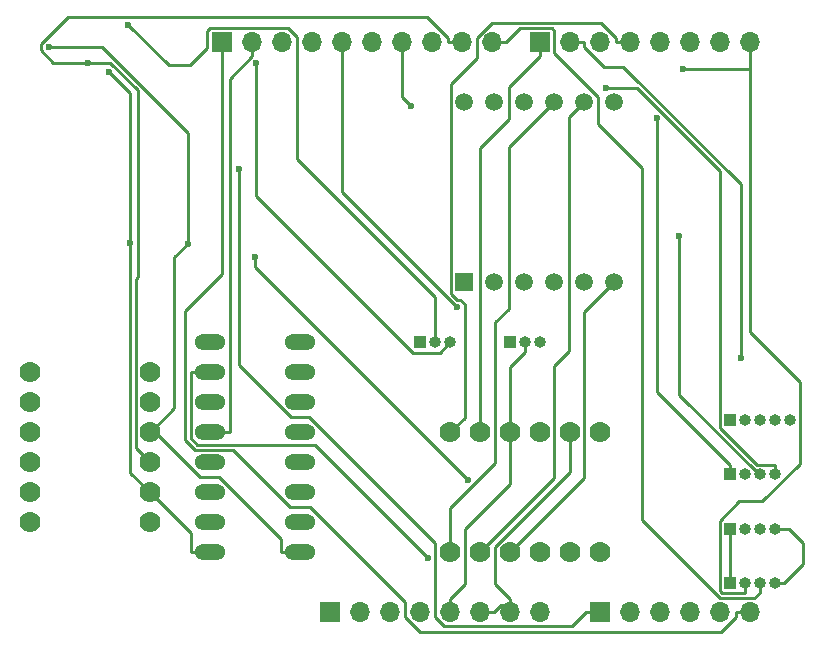
<source format=gbr>
%TF.GenerationSoftware,KiCad,Pcbnew,(7.0.0)*%
%TF.CreationDate,2023-05-09T23:11:13-07:00*%
%TF.ProjectId,CPE_301_KiCAD_Final,4350455f-3330-4315-9f4b-694341445f46,rev?*%
%TF.SameCoordinates,Original*%
%TF.FileFunction,Copper,L2,Bot*%
%TF.FilePolarity,Positive*%
%FSLAX46Y46*%
G04 Gerber Fmt 4.6, Leading zero omitted, Abs format (unit mm)*
G04 Created by KiCad (PCBNEW (7.0.0)) date 2023-05-09 23:11:13*
%MOMM*%
%LPD*%
G01*
G04 APERTURE LIST*
%TA.AperFunction,ComponentPad*%
%ADD10R,1.700000X1.700000*%
%TD*%
%TA.AperFunction,ComponentPad*%
%ADD11O,1.700000X1.700000*%
%TD*%
%TA.AperFunction,ComponentPad*%
%ADD12O,2.641600X1.320800*%
%TD*%
%TA.AperFunction,ComponentPad*%
%ADD13R,1.000000X1.000000*%
%TD*%
%TA.AperFunction,ComponentPad*%
%ADD14O,1.000000X1.000000*%
%TD*%
%TA.AperFunction,ComponentPad*%
%ADD15R,1.500000X1.500000*%
%TD*%
%TA.AperFunction,ComponentPad*%
%ADD16C,1.500000*%
%TD*%
%TA.AperFunction,ComponentPad*%
%ADD17C,1.778000*%
%TD*%
%TA.AperFunction,ViaPad*%
%ADD18C,0.600000*%
%TD*%
%TA.AperFunction,Conductor*%
%ADD19C,0.250000*%
%TD*%
G04 APERTURE END LIST*
D10*
%TO.P,J1,1,Pin_1*%
%TO.N,unconnected-(J1-Pin_1-Pad1)*%
X127939999Y-97459999D03*
D11*
%TO.P,J1,2,Pin_2*%
%TO.N,/IOREF*%
X130479999Y-97459999D03*
%TO.P,J1,3,Pin_3*%
%TO.N,/~{RESET}*%
X133019999Y-97459999D03*
%TO.P,J1,4,Pin_4*%
%TO.N,+3V3*%
X135559999Y-97459999D03*
%TO.P,J1,5,Pin_5*%
%TO.N,+5V*%
X138099999Y-97459999D03*
%TO.P,J1,6,Pin_6*%
%TO.N,GND*%
X140639999Y-97459999D03*
%TO.P,J1,7,Pin_7*%
X143179999Y-97459999D03*
%TO.P,J1,8,Pin_8*%
%TO.N,VCC*%
X145719999Y-97459999D03*
%TD*%
D10*
%TO.P,J3,1,Pin_1*%
%TO.N,/A0*%
X150799999Y-97459999D03*
D11*
%TO.P,J3,2,Pin_2*%
%TO.N,/A1*%
X153339999Y-97459999D03*
%TO.P,J3,3,Pin_3*%
%TO.N,/A2*%
X155879999Y-97459999D03*
%TO.P,J3,4,Pin_4*%
%TO.N,/A3*%
X158419999Y-97459999D03*
%TO.P,J3,5,Pin_5*%
%TO.N,/SDA{slash}A4*%
X160959999Y-97459999D03*
%TO.P,J3,6,Pin_6*%
%TO.N,/SCL{slash}A5*%
X163499999Y-97459999D03*
%TD*%
D10*
%TO.P,J2,1,Pin_1*%
%TO.N,/SCL{slash}A5*%
X118795999Y-49199999D03*
D11*
%TO.P,J2,2,Pin_2*%
%TO.N,/SDA{slash}A4*%
X121335999Y-49199999D03*
%TO.P,J2,3,Pin_3*%
%TO.N,/AREF*%
X123875999Y-49199999D03*
%TO.P,J2,4,Pin_4*%
%TO.N,GND*%
X126415999Y-49199999D03*
%TO.P,J2,5,Pin_5*%
%TO.N,/13*%
X128955999Y-49199999D03*
%TO.P,J2,6,Pin_6*%
%TO.N,/12*%
X131495999Y-49199999D03*
%TO.P,J2,7,Pin_7*%
%TO.N,/\u002A11*%
X134035999Y-49199999D03*
%TO.P,J2,8,Pin_8*%
%TO.N,/\u002A10*%
X136575999Y-49199999D03*
%TO.P,J2,9,Pin_9*%
%TO.N,/\u002A9*%
X139115999Y-49199999D03*
%TO.P,J2,10,Pin_10*%
%TO.N,/8*%
X141655999Y-49199999D03*
%TD*%
D10*
%TO.P,J4,1,Pin_1*%
%TO.N,/7*%
X145719999Y-49199999D03*
D11*
%TO.P,J4,2,Pin_2*%
%TO.N,/\u002A6*%
X148259999Y-49199999D03*
%TO.P,J4,3,Pin_3*%
%TO.N,/\u002A5*%
X150799999Y-49199999D03*
%TO.P,J4,4,Pin_4*%
%TO.N,/4*%
X153339999Y-49199999D03*
%TO.P,J4,5,Pin_5*%
%TO.N,/\u002A3*%
X155879999Y-49199999D03*
%TO.P,J4,6,Pin_6*%
%TO.N,/2*%
X158419999Y-49199999D03*
%TO.P,J4,7,Pin_7*%
%TO.N,/TX{slash}1*%
X160959999Y-49199999D03*
%TO.P,J4,8,Pin_8*%
%TO.N,/RX{slash}0*%
X163499999Y-49199999D03*
%TD*%
D12*
%TO.P,U2,1,I1*%
%TO.N,/A1*%
X117779999Y-74599999D03*
%TO.P,U2,2,I2*%
%TO.N,/A2*%
X117779999Y-77139999D03*
%TO.P,U2,3,I3*%
%TO.N,/A3*%
X117779999Y-79679999D03*
%TO.P,U2,4,I4*%
%TO.N,/SDA{slash}A4*%
X117779999Y-82219999D03*
%TO.P,U2,5,I5*%
%TO.N,unconnected-(U2-I5-Pad5)*%
X117779999Y-84759999D03*
%TO.P,U2,6,I6*%
%TO.N,unconnected-(U2-I6-Pad6)*%
X117779999Y-87299999D03*
%TO.P,U2,7,I7*%
%TO.N,unconnected-(U2-I7-Pad7)*%
X117779999Y-89839999D03*
%TO.P,U2,8,GND*%
%TO.N,GND*%
X117779999Y-92379999D03*
%TO.P,U2,9,COM*%
%TO.N,+5V*%
X125399999Y-92379999D03*
%TO.P,U2,10,O7*%
%TO.N,unconnected-(U2-O7-Pad10)*%
X125399999Y-89839999D03*
%TO.P,U2,11,O6*%
%TO.N,unconnected-(U2-O6-Pad11)*%
X125399999Y-87299999D03*
%TO.P,U2,12,O5*%
%TO.N,Net-(J8-Pin_5)*%
X125399999Y-84759999D03*
%TO.P,U2,13,O4*%
%TO.N,Net-(J8-Pin_4)*%
X125399999Y-82219999D03*
%TO.P,U2,14,O3*%
%TO.N,Net-(J8-Pin_3)*%
X125399999Y-79679999D03*
%TO.P,U2,15,O2*%
%TO.N,Net-(J8-Pin_2)*%
X125399999Y-77139999D03*
%TO.P,U2,16,O1*%
%TO.N,Net-(J8-Pin_1)*%
X125399999Y-74599999D03*
%TD*%
D13*
%TO.P,J8,1,Pin_1*%
%TO.N,Net-(J8-Pin_1)*%
X161771299Y-81166199D03*
D14*
%TO.P,J8,2,Pin_2*%
%TO.N,Net-(J8-Pin_2)*%
X163041299Y-81166199D03*
%TO.P,J8,3,Pin_3*%
%TO.N,Net-(J8-Pin_3)*%
X164311299Y-81166199D03*
%TO.P,J8,4,Pin_4*%
%TO.N,Net-(J8-Pin_4)*%
X165581299Y-81166199D03*
%TO.P,J8,5,Pin_5*%
%TO.N,Net-(J8-Pin_5)*%
X166851299Y-81166199D03*
%TD*%
D15*
%TO.P,LED1,1,E*%
%TO.N,Net-(LED1-E)*%
X139271299Y-69521199D03*
D16*
%TO.P,LED1,2,D*%
%TO.N,Net-(LED1-D)*%
X141811300Y-69521200D03*
%TO.P,LED1,3,DP*%
%TO.N,Net-(LED1-DP)*%
X144351300Y-69521200D03*
%TO.P,LED1,4,C*%
%TO.N,Net-(LED1-C)*%
X146891300Y-69521200D03*
%TO.P,LED1,5,G*%
%TO.N,Net-(LED1-G)*%
X149431300Y-69521200D03*
%TO.P,LED1,6,DIG4*%
%TO.N,Net-(LED1-DIG4)*%
X151971300Y-69521200D03*
%TO.P,LED1,7,B*%
%TO.N,Net-(LED1-B)*%
X151971300Y-54281200D03*
%TO.P,LED1,8,DIG3*%
%TO.N,Net-(LED1-DIG3)*%
X149431300Y-54281200D03*
%TO.P,LED1,9,DIG2*%
%TO.N,Net-(LED1-DIG2)*%
X146891300Y-54281200D03*
%TO.P,LED1,10,F*%
%TO.N,Net-(LED1-F)*%
X144351300Y-54281200D03*
%TO.P,LED1,11,A*%
%TO.N,Net-(LED1-A)*%
X141811300Y-54281200D03*
%TO.P,LED1,12,DIG1*%
%TO.N,Net-(LED1-DIG1)*%
X139271300Y-54281200D03*
%TD*%
D17*
%TO.P,U5,1,QB*%
%TO.N,Net-(LED1-B)*%
X102540000Y-77140000D03*
%TO.P,U5,2,QC*%
%TO.N,Net-(LED1-C)*%
X102540000Y-79680000D03*
%TO.P,U5,3,QD*%
%TO.N,Net-(LED1-D)*%
X102540000Y-82220000D03*
%TO.P,U5,4,QE*%
%TO.N,Net-(LED1-E)*%
X102540000Y-84760000D03*
%TO.P,U5,5,QF*%
%TO.N,Net-(LED1-F)*%
X102540000Y-87300000D03*
%TO.P,U5,6,QG*%
%TO.N,Net-(LED1-G)*%
X102540000Y-89840000D03*
%TO.P,U5,7,QH*%
%TO.N,Net-(LED1-DP)*%
X112700000Y-89840000D03*
%TO.P,U5,8,GND*%
%TO.N,GND*%
X112700000Y-87300000D03*
%TO.P,U5,9,SQH*%
%TO.N,/\u002A9*%
X112700000Y-84760000D03*
%TO.P,U5,10,RESET*%
%TO.N,+5V*%
X112700000Y-82220000D03*
%TO.P,U5,11,SHIFT_CLK*%
%TO.N,/7*%
X112700000Y-79680000D03*
%TO.P,U5,12,LATCH_CLK*%
%TO.N,/4*%
X112700000Y-77140000D03*
%TD*%
D13*
%TO.P,J6,1,Pin_1*%
%TO.N,GND*%
X143179999Y-74599999D03*
D14*
%TO.P,J6,2,Pin_2*%
%TO.N,+5V*%
X144449999Y-74599999D03*
%TO.P,J6,3,Pin_3*%
%TO.N,/13*%
X145719999Y-74599999D03*
%TD*%
D17*
%TO.P,U6,1,QB*%
%TO.N,Net-(LED1-DIG2)*%
X138100000Y-92380000D03*
%TO.P,U6,2,QC*%
%TO.N,Net-(LED1-DIG3)*%
X140640000Y-92380000D03*
%TO.P,U6,3,QD*%
%TO.N,Net-(LED1-DIG4)*%
X143180000Y-92380000D03*
%TO.P,U6,4,QE*%
%TO.N,unconnected-(U6-QE-Pad4)*%
X145720000Y-92380000D03*
%TO.P,U6,5,QF*%
%TO.N,unconnected-(U6-QF-Pad5)*%
X148260000Y-92380000D03*
%TO.P,U6,6,QG*%
%TO.N,unconnected-(U6-QG-Pad6)*%
X150800000Y-92380000D03*
%TO.P,U6,7,QH*%
%TO.N,unconnected-(U6-QH-Pad7)*%
X150800000Y-82220000D03*
%TO.P,U6,8,GND*%
%TO.N,GND*%
X148260000Y-82220000D03*
%TO.P,U6,9,SQH*%
%TO.N,Net-(U5-A)*%
X145720000Y-82220000D03*
%TO.P,U6,10,RESET*%
%TO.N,+5V*%
X143180000Y-82220000D03*
%TO.P,U6,11,SHIFT_CLK*%
%TO.N,/7*%
X140640000Y-82220000D03*
%TO.P,U6,12,LATCH_CLK*%
%TO.N,/4*%
X138100000Y-82220000D03*
%TD*%
D13*
%TO.P,J10,1,Pin_1*%
%TO.N,Net-(J10-Pin_1)*%
X135559999Y-74599999D03*
D14*
%TO.P,J10,2,Pin_2*%
%TO.N,Net-(J10-Pin_2)*%
X136829999Y-74599999D03*
%TO.P,J10,3,Pin_3*%
%TO.N,Net-(J10-Pin_3)*%
X138099999Y-74599999D03*
%TD*%
D13*
%TO.P,J7,1,Pin_1*%
%TO.N,+5V*%
X161771299Y-90366199D03*
D14*
%TO.P,J7,2,Pin_2*%
%TO.N,/SDA{slash}A4*%
X163041299Y-90366199D03*
%TO.P,J7,3,Pin_3*%
%TO.N,/SCL{slash}A5*%
X164311299Y-90366199D03*
%TO.P,J7,4,Pin_4*%
%TO.N,GND*%
X165581299Y-90366199D03*
%TD*%
D13*
%TO.P,J9,1,Pin_1*%
%TO.N,Net-(J9-Pin_1)*%
X161771299Y-85766199D03*
D14*
%TO.P,J9,2,Pin_2*%
%TO.N,Net-(J9-Pin_2)*%
X163041299Y-85766199D03*
%TO.P,J9,3,Pin_3*%
%TO.N,Net-(J9-Pin_3)*%
X164311299Y-85766199D03*
%TO.P,J9,4,Pin_4*%
%TO.N,Net-(J9-Pin_4)*%
X165581299Y-85766199D03*
%TD*%
D13*
%TO.P,J5,1,Pin_1*%
%TO.N,+5V*%
X161771299Y-94966199D03*
D14*
%TO.P,J5,2,Pin_2*%
%TO.N,/RX{slash}0*%
X163041299Y-94966199D03*
%TO.P,J5,3,Pin_3*%
%TO.N,/8*%
X164311299Y-94966199D03*
%TO.P,J5,4,Pin_4*%
%TO.N,GND*%
X165581299Y-94966199D03*
%TD*%
D18*
%TO.N,GND*%
X111035000Y-66225000D03*
X109220000Y-51702000D03*
%TO.N,+5V*%
X115877000Y-66271100D03*
X104125000Y-49563000D03*
%TO.N,/A0*%
X120192000Y-59944200D03*
%TO.N,/A2*%
X136216000Y-92822600D03*
%TO.N,/13*%
X138670000Y-71619800D03*
%TO.N,/\u002A11*%
X134805000Y-54610100D03*
%TO.N,/\u002A9*%
X107405000Y-50926900D03*
%TO.N,/\u002A6*%
X162693000Y-75916000D03*
%TO.N,/RX{slash}0*%
X157793000Y-51467100D03*
%TO.N,Net-(J9-Pin_1)*%
X155634000Y-55644800D03*
%TO.N,Net-(J9-Pin_2)*%
X139600000Y-86218200D03*
X121567000Y-67358000D03*
%TO.N,Net-(J9-Pin_3)*%
X157507000Y-65630500D03*
%TO.N,Net-(J9-Pin_4)*%
X151331000Y-53031100D03*
%TO.N,Net-(J10-Pin_2)*%
X110807000Y-47696300D03*
%TO.N,Net-(J10-Pin_3)*%
X121677000Y-50964400D03*
%TD*%
D19*
%TO.N,GND*%
X111035000Y-85635300D02*
X111035000Y-66225000D01*
X116134000Y-92380000D02*
X117780000Y-92380000D01*
X116134000Y-90734100D02*
X116134000Y-92380000D01*
X143180000Y-97460000D02*
X143180000Y-96872400D01*
X167985000Y-93388000D02*
X167985000Y-91582200D01*
X166406000Y-94966200D02*
X167985000Y-93388000D01*
X112700000Y-87300000D02*
X116134000Y-90734100D01*
X112700000Y-87300000D02*
X111035000Y-85635300D01*
X165581300Y-90366200D02*
X165581000Y-90366200D01*
X143180000Y-96872400D02*
X143180000Y-96284900D01*
X165581300Y-94966200D02*
X166406000Y-94966200D01*
X142403000Y-96872400D02*
X143180000Y-96872400D01*
X141927000Y-91915900D02*
X148260000Y-85583000D01*
X148260000Y-85583000D02*
X148260000Y-82220000D01*
X141927000Y-95032000D02*
X141927000Y-91915900D01*
X141815000Y-97460000D02*
X142403000Y-96872400D01*
X140640000Y-97460000D02*
X141815000Y-97460000D01*
X111035000Y-53516800D02*
X109220000Y-51702000D01*
X143180000Y-96284900D02*
X141927000Y-95032000D01*
X166769000Y-90366200D02*
X165581300Y-90366200D01*
X165581000Y-94966200D02*
X165581300Y-94966200D01*
X111035000Y-66225000D02*
X111035000Y-53516800D01*
X167985000Y-91582200D02*
X166769000Y-90366200D01*
%TO.N,+5V*%
X161771000Y-91516200D02*
X161771300Y-91515900D01*
X115877000Y-56835800D02*
X108604000Y-49563000D01*
X112700000Y-82220000D02*
X112919000Y-82001000D01*
X161771300Y-93241500D02*
X161771300Y-94966200D01*
X161771300Y-91515900D02*
X161771300Y-90366200D01*
X118573000Y-86026700D02*
X123754000Y-91207900D01*
X143180000Y-86555000D02*
X143180000Y-82220000D01*
X143180000Y-76695100D02*
X143180000Y-82220000D01*
X114752000Y-67396200D02*
X114752000Y-80167900D01*
X108604000Y-49563000D02*
X104125000Y-49563000D01*
X123754000Y-92380000D02*
X125400000Y-92380000D01*
X144450000Y-74600000D02*
X144450000Y-75425100D01*
X112919000Y-82001000D02*
X116945000Y-86026700D01*
X161771000Y-90366200D02*
X161771000Y-91516200D01*
X114752000Y-80167900D02*
X112919000Y-82001000D01*
X161771000Y-93241200D02*
X161771300Y-93241500D01*
X161771000Y-93241200D02*
X161771000Y-94966200D01*
X138100000Y-96284900D02*
X139370000Y-95014900D01*
X116945000Y-86026700D02*
X118573000Y-86026700D01*
X139370000Y-95014900D02*
X139370000Y-90365000D01*
X123754000Y-91207900D02*
X123754000Y-92380000D01*
X115877000Y-66271100D02*
X114752000Y-67396200D01*
X138100000Y-97460000D02*
X138100000Y-96284900D01*
X161771000Y-91516200D02*
X161771000Y-93241200D01*
X144450000Y-75425100D02*
X143180000Y-76695100D01*
X115877000Y-66271100D02*
X115877000Y-56835800D01*
X139370000Y-90365000D02*
X143180000Y-86555000D01*
%TO.N,/A0*%
X136841000Y-97891600D02*
X136841000Y-91599500D01*
X137584000Y-98635100D02*
X136841000Y-97891600D01*
X136841000Y-91599500D02*
X126191000Y-80950000D01*
X124599000Y-80950000D02*
X120192000Y-76543500D01*
X148450000Y-98635100D02*
X137584000Y-98635100D01*
X149625000Y-97460000D02*
X148450000Y-98635100D01*
X150800000Y-97460000D02*
X149625000Y-97460000D01*
X120192000Y-76543500D02*
X120192000Y-59944200D01*
X126191000Y-80950000D02*
X124599000Y-80950000D01*
%TO.N,/A2*%
X116134000Y-77140000D02*
X116134000Y-82691600D01*
X116134000Y-82691600D02*
X116708000Y-83265900D01*
X126659000Y-83265900D02*
X136216000Y-92822600D01*
X117780000Y-77140000D02*
X116134000Y-77140000D01*
X116708000Y-83265900D02*
X126659000Y-83265900D01*
%TO.N,/SDA{slash}A4*%
X119426000Y-52285200D02*
X119426000Y-82220000D01*
X121336000Y-50375100D02*
X119426000Y-52285200D01*
X121336000Y-49200000D02*
X121336000Y-50375100D01*
X119426000Y-82220000D02*
X117780000Y-82220000D01*
%TO.N,/SCL{slash}A5*%
X134290000Y-96612100D02*
X134290000Y-97862100D01*
X118796000Y-68779400D02*
X115652000Y-71923200D01*
X118796000Y-49200000D02*
X118796000Y-68779400D01*
X124522000Y-88570000D02*
X126248000Y-88570000D01*
X161025000Y-99127000D02*
X162325000Y-97827200D01*
X116538000Y-83745200D02*
X119698000Y-83745200D01*
X126248000Y-88570000D02*
X134290000Y-96612100D01*
X162325000Y-97460000D02*
X163500000Y-97460000D01*
X119698000Y-83745200D02*
X124522000Y-88570000D01*
X162325000Y-97827200D02*
X162325000Y-97460000D01*
X135555000Y-99127000D02*
X161025000Y-99127000D01*
X134290000Y-97862100D02*
X135555000Y-99127000D01*
X115652000Y-71923200D02*
X115652000Y-82859100D01*
X115652000Y-82859100D02*
X116538000Y-83745200D01*
%TO.N,/13*%
X128956000Y-49200000D02*
X128956000Y-61905800D01*
X128956000Y-61905800D02*
X138670000Y-71619800D01*
%TO.N,/8*%
X154342000Y-59866100D02*
X154342000Y-89660900D01*
X150604000Y-56128300D02*
X154342000Y-59866100D01*
X164311300Y-95378400D02*
X164311300Y-94966200D01*
X141656000Y-49200000D02*
X142831000Y-49200000D01*
X150604000Y-53812700D02*
X150604000Y-56128300D01*
X144006000Y-48024800D02*
X146707000Y-48024800D01*
X146895000Y-48213000D02*
X146895000Y-50103900D01*
X142831000Y-49200000D02*
X144006000Y-48024800D01*
X146707000Y-48024800D02*
X146895000Y-48213000D01*
X164311000Y-95378700D02*
X164311000Y-94966200D01*
X160966000Y-96284800D02*
X163818000Y-96284800D01*
X164311000Y-95791300D02*
X164311000Y-95378700D01*
X164311000Y-95378700D02*
X164311300Y-95378400D01*
X163818000Y-96284800D02*
X164311000Y-95791300D01*
X154342000Y-89660900D02*
X160966000Y-96284800D01*
X146895000Y-50103900D02*
X150604000Y-53812700D01*
%TO.N,/7*%
X143081000Y-53013800D02*
X143081000Y-55708500D01*
X145720000Y-49200000D02*
X145720000Y-50375100D01*
X140640000Y-58149800D02*
X140640000Y-82220000D01*
X145720000Y-50375100D02*
X143081000Y-53013800D01*
X143081000Y-55708500D02*
X140640000Y-58149800D01*
%TO.N,/\u002A11*%
X134036000Y-53841100D02*
X134036000Y-49200000D01*
X134805000Y-54610100D02*
X134036000Y-53841100D01*
%TO.N,/\u002A9*%
X105721000Y-47059800D02*
X103442000Y-49339200D01*
X111486000Y-83545800D02*
X111486000Y-69270300D01*
X137941000Y-48832800D02*
X136168000Y-47059800D01*
X111662000Y-69094300D02*
X111662000Y-53257100D01*
X103442000Y-49869800D02*
X104499000Y-50926900D01*
X111662000Y-53257100D02*
X109332000Y-50926900D01*
X111486000Y-69270300D02*
X111662000Y-69094300D01*
X139116000Y-49200000D02*
X137941000Y-49200000D01*
X136168000Y-47059800D02*
X105721000Y-47059800D01*
X109332000Y-50926900D02*
X107405000Y-50926900D01*
X103442000Y-49339200D02*
X103442000Y-49869800D01*
X137941000Y-49200000D02*
X137941000Y-48832800D01*
X112700000Y-84760000D02*
X111486000Y-83545800D01*
X104499000Y-50926900D02*
X107405000Y-50926900D01*
%TO.N,/4*%
X141627000Y-47558200D02*
X150888000Y-47558200D01*
X139331000Y-80988600D02*
X139331000Y-71368800D01*
X152165000Y-48834800D02*
X152165000Y-49200000D01*
X140386000Y-50525400D02*
X140386000Y-48798800D01*
X138100000Y-82220000D02*
X139331000Y-80988600D01*
X152165000Y-49200000D02*
X153340000Y-49200000D01*
X138186000Y-70467400D02*
X138186000Y-52725900D01*
X138186000Y-52725900D02*
X140386000Y-50525400D01*
X150888000Y-47558200D02*
X152165000Y-48834800D01*
X138957000Y-70994700D02*
X138713000Y-70994700D01*
X140386000Y-48798800D02*
X141627000Y-47558200D01*
X138713000Y-70994700D02*
X138186000Y-70467400D01*
X139331000Y-71368800D02*
X138957000Y-70994700D01*
%TO.N,/\u002A6*%
X162693000Y-61178500D02*
X152776000Y-51260900D01*
X151131000Y-51260900D02*
X149435000Y-49565300D01*
X149435000Y-49200000D02*
X148260000Y-49200000D01*
X149435000Y-49565300D02*
X149435000Y-49200000D01*
X162693000Y-75916000D02*
X162693000Y-61178500D01*
X152776000Y-51260900D02*
X151131000Y-51260900D01*
%TO.N,/RX{slash}0*%
X163041000Y-95791300D02*
X161124000Y-95791300D01*
X162577000Y-88066200D02*
X164531000Y-88066200D01*
X163041000Y-95378700D02*
X163041300Y-95378400D01*
X164531000Y-88066200D02*
X167718000Y-84879700D01*
X163500000Y-51467100D02*
X163500000Y-49200000D01*
X163041000Y-95378700D02*
X163041000Y-95791300D01*
X163500000Y-51467100D02*
X157793000Y-51467100D01*
X167718000Y-84879700D02*
X167718000Y-77949400D01*
X163500000Y-73731700D02*
X163500000Y-51467100D01*
X161124000Y-95791300D02*
X160946000Y-95613300D01*
X167718000Y-77949400D02*
X163500000Y-73731700D01*
X163041000Y-94966200D02*
X163041000Y-95378700D01*
X160946000Y-89697400D02*
X162577000Y-88066200D01*
X160946000Y-95613300D02*
X160946000Y-89697400D01*
X163041300Y-95378400D02*
X163041300Y-94966200D01*
%TO.N,Net-(J9-Pin_1)*%
X161771000Y-85766200D02*
X161771000Y-85353600D01*
X161771300Y-85353900D02*
X161771300Y-85766200D01*
X161771000Y-85353600D02*
X161771000Y-84941100D01*
X155634000Y-78803500D02*
X155634000Y-55644800D01*
X161771000Y-85353600D02*
X161771300Y-85353900D01*
X161771000Y-84941100D02*
X155634000Y-78803500D01*
%TO.N,Net-(J9-Pin_2)*%
X139600000Y-86218200D02*
X121567000Y-68184900D01*
X121567000Y-68184900D02*
X121567000Y-67358000D01*
%TO.N,Net-(J9-Pin_3)*%
X157507000Y-79018000D02*
X157507000Y-65630500D01*
X164311000Y-85766200D02*
X164256000Y-85766200D01*
X164311000Y-85766200D02*
X164311300Y-85766200D01*
X164256000Y-85766200D02*
X157507000Y-79018000D01*
%TO.N,Net-(J9-Pin_4)*%
X160946000Y-60067800D02*
X153909000Y-53031100D01*
X165581000Y-85766200D02*
X165581000Y-85353600D01*
X165581300Y-85353900D02*
X165581300Y-85766200D01*
X165581000Y-85353600D02*
X165581000Y-84941100D01*
X164067000Y-84941100D02*
X160946000Y-81820100D01*
X153909000Y-53031100D02*
X151331000Y-53031100D01*
X165581000Y-84941100D02*
X164067000Y-84941100D01*
X165581000Y-85353600D02*
X165581300Y-85353900D01*
X160946000Y-81820100D02*
X160946000Y-60067800D01*
%TO.N,Net-(J10-Pin_2)*%
X117809000Y-47974200D02*
X117552000Y-48231000D01*
X125146000Y-59101000D02*
X125146000Y-48772500D01*
X125146000Y-48772500D02*
X124348000Y-47974200D01*
X114265000Y-51154000D02*
X110807000Y-47696300D01*
X136830000Y-74600000D02*
X136830000Y-70785100D01*
X124348000Y-47974200D02*
X117809000Y-47974200D01*
X117552000Y-49674800D02*
X116073000Y-51154000D01*
X136830000Y-70785100D02*
X125146000Y-59101000D01*
X116073000Y-51154000D02*
X114265000Y-51154000D01*
X117552000Y-48231000D02*
X117552000Y-49674800D01*
%TO.N,Net-(J10-Pin_3)*%
X137220000Y-75479700D02*
X138100000Y-74600000D01*
X121677000Y-50964400D02*
X121677000Y-62197400D01*
X121677000Y-62197400D02*
X134959000Y-75479700D01*
X134959000Y-75479700D02*
X137220000Y-75479700D01*
%TO.N,Net-(LED1-DIG4)*%
X151971300Y-69521200D02*
X151971000Y-69521200D01*
X143180000Y-92380000D02*
X149474000Y-86085800D01*
X149474000Y-72018300D02*
X151971000Y-69521200D01*
X149474000Y-86085800D02*
X149474000Y-72018300D01*
%TO.N,Net-(LED1-DIG3)*%
X146934000Y-76598100D02*
X148161000Y-75371000D01*
X148796300Y-54916200D02*
X149431300Y-54281200D01*
X148796000Y-54916200D02*
X149431000Y-54281200D01*
X148796000Y-54916200D02*
X148796300Y-54916200D01*
X146934000Y-86085800D02*
X146934000Y-76598100D01*
X148161000Y-55551200D02*
X148796000Y-54916200D01*
X148161000Y-75371000D02*
X148161000Y-55551200D01*
X140640000Y-92380000D02*
X146934000Y-86085800D01*
%TO.N,Net-(LED1-DIG2)*%
X146046500Y-55126000D02*
X146891300Y-54281200D01*
X138100000Y-88602800D02*
X141910000Y-84792800D01*
X141910000Y-84792800D02*
X141910000Y-72913100D01*
X143081000Y-71741800D02*
X143081000Y-58091200D01*
X138100000Y-92380000D02*
X138100000Y-88602800D01*
X146046200Y-55126000D02*
X146891000Y-54281200D01*
X143081000Y-58091200D02*
X146046200Y-55126000D01*
X146046200Y-55126000D02*
X146046500Y-55126000D01*
X141910000Y-72913100D02*
X143081000Y-71741800D01*
%TD*%
M02*

</source>
